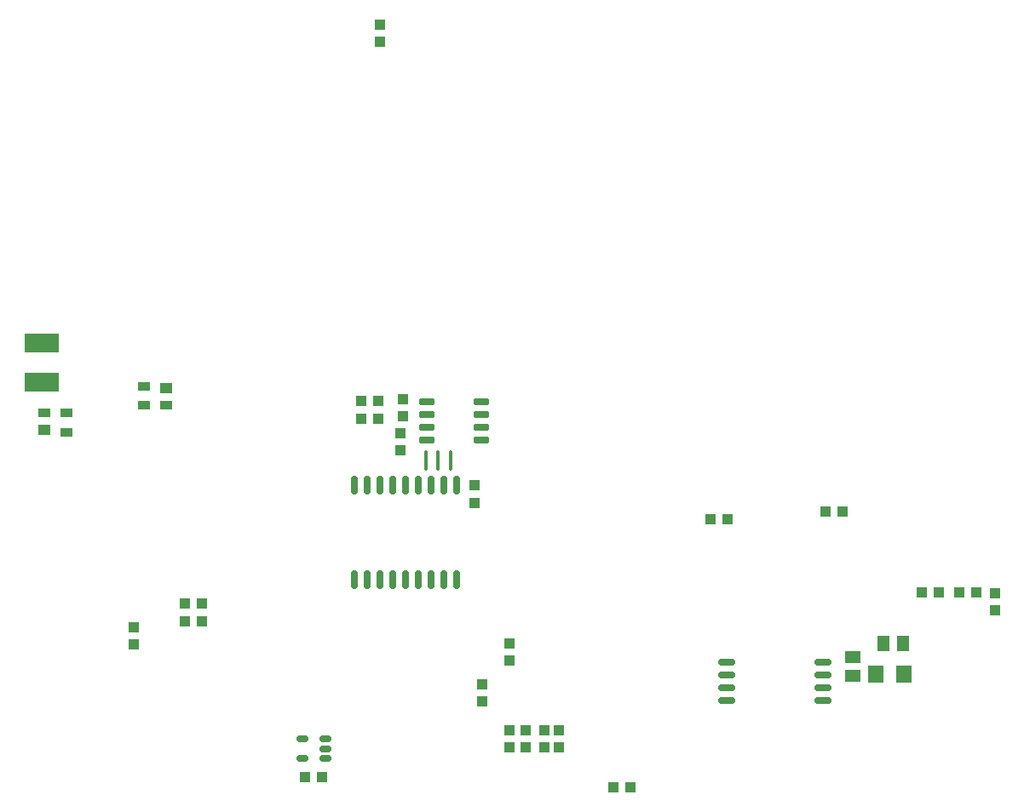
<source format=gbp>
G04*
G04 #@! TF.GenerationSoftware,Altium Limited,Altium Designer,20.0.13 (296)*
G04*
G04 Layer_Color=128*
%FSLAX25Y25*%
%MOIN*%
G70*
G01*
G75*
%ADD30R,0.04300X0.03900*%
%ADD31R,0.03900X0.04300*%
%ADD32R,0.05118X0.05906*%
%ADD33R,0.05906X0.05118*%
%ADD35R,0.04331X0.03937*%
%ADD36R,0.03937X0.04331*%
G04:AMPARAMS|DCode=160|XSize=65.4mil|YSize=23.5mil|CornerRadius=5.88mil|HoleSize=0mil|Usage=FLASHONLY|Rotation=0.000|XOffset=0mil|YOffset=0mil|HoleType=Round|Shape=RoundedRectangle|*
%AMROUNDEDRECTD160*
21,1,0.06540,0.01175,0,0,0.0*
21,1,0.05365,0.02350,0,0,0.0*
1,1,0.01175,0.02683,-0.00588*
1,1,0.01175,-0.02683,-0.00588*
1,1,0.01175,-0.02683,0.00588*
1,1,0.01175,0.02683,0.00588*
%
%ADD160ROUNDEDRECTD160*%
G04:AMPARAMS|DCode=161|XSize=23.62mil|YSize=74.8mil|CornerRadius=5.91mil|HoleSize=0mil|Usage=FLASHONLY|Rotation=180.000|XOffset=0mil|YOffset=0mil|HoleType=Round|Shape=RoundedRectangle|*
%AMROUNDEDRECTD161*
21,1,0.02362,0.06299,0,0,180.0*
21,1,0.01181,0.07480,0,0,180.0*
1,1,0.01181,-0.00591,0.03150*
1,1,0.01181,0.00591,0.03150*
1,1,0.01181,0.00591,-0.03150*
1,1,0.01181,-0.00591,-0.03150*
%
%ADD161ROUNDEDRECTD161*%
G04:AMPARAMS|DCode=162|XSize=15.75mil|YSize=78.74mil|CornerRadius=3.94mil|HoleSize=0mil|Usage=FLASHONLY|Rotation=180.000|XOffset=0mil|YOffset=0mil|HoleType=Round|Shape=RoundedRectangle|*
%AMROUNDEDRECTD162*
21,1,0.01575,0.07087,0,0,180.0*
21,1,0.00787,0.07874,0,0,180.0*
1,1,0.00787,-0.00394,0.03543*
1,1,0.00787,0.00394,0.03543*
1,1,0.00787,0.00394,-0.03543*
1,1,0.00787,-0.00394,-0.03543*
%
%ADD162ROUNDEDRECTD162*%
G04:AMPARAMS|DCode=163|XSize=23.62mil|YSize=47.24mil|CornerRadius=5.91mil|HoleSize=0mil|Usage=FLASHONLY|Rotation=90.000|XOffset=0mil|YOffset=0mil|HoleType=Round|Shape=RoundedRectangle|*
%AMROUNDEDRECTD163*
21,1,0.02362,0.03543,0,0,90.0*
21,1,0.01181,0.04724,0,0,90.0*
1,1,0.01181,0.01772,0.00591*
1,1,0.01181,0.01772,-0.00591*
1,1,0.01181,-0.01772,-0.00591*
1,1,0.01181,-0.01772,0.00591*
%
%ADD163ROUNDEDRECTD163*%
%ADD164R,0.06299X0.07087*%
%ADD165R,0.13386X0.07480*%
%ADD166R,0.05118X0.04331*%
%ADD167R,0.05118X0.03543*%
G04:AMPARAMS|DCode=168|XSize=23.62mil|YSize=57.09mil|CornerRadius=2.01mil|HoleSize=0mil|Usage=FLASHONLY|Rotation=90.000|XOffset=0mil|YOffset=0mil|HoleType=Round|Shape=RoundedRectangle|*
%AMROUNDEDRECTD168*
21,1,0.02362,0.05307,0,0,90.0*
21,1,0.01961,0.05709,0,0,90.0*
1,1,0.00402,0.02653,0.00980*
1,1,0.00402,0.02653,-0.00980*
1,1,0.00402,-0.02653,-0.00980*
1,1,0.00402,-0.02653,0.00980*
%
%ADD168ROUNDEDRECTD168*%
D30*
X376003Y85300D02*
D03*
X382696D02*
D03*
X126906Y13240D02*
D03*
X120213D02*
D03*
X142091Y153500D02*
D03*
X148784D02*
D03*
X142091Y160500D02*
D03*
X148784D02*
D03*
X361554Y85300D02*
D03*
X368247D02*
D03*
D31*
X206500Y31409D02*
D03*
Y24716D02*
D03*
X200000Y31346D02*
D03*
Y24654D02*
D03*
X189268Y42741D02*
D03*
Y49434D02*
D03*
X213874Y24654D02*
D03*
Y31346D02*
D03*
X219563Y24654D02*
D03*
Y31346D02*
D03*
X390000Y85200D02*
D03*
Y78507D02*
D03*
X149500Y301153D02*
D03*
Y307846D02*
D03*
D32*
X353940Y65342D02*
D03*
X346460D02*
D03*
D33*
X334500Y52760D02*
D03*
Y60240D02*
D03*
D35*
X79847Y74000D02*
D03*
X73154D02*
D03*
X79847Y81000D02*
D03*
X73154D02*
D03*
X240608Y9000D02*
D03*
X247301D02*
D03*
X278654Y114000D02*
D03*
X285347D02*
D03*
X330346Y117000D02*
D03*
X323654D02*
D03*
D36*
X53100Y65053D02*
D03*
Y71746D02*
D03*
X186311Y120614D02*
D03*
Y127307D02*
D03*
X200000Y65346D02*
D03*
Y58653D02*
D03*
X157437Y147665D02*
D03*
Y140972D02*
D03*
X158437Y161053D02*
D03*
Y154360D02*
D03*
D160*
X322819Y43000D02*
D03*
Y48000D02*
D03*
Y53000D02*
D03*
Y58000D02*
D03*
X285181D02*
D03*
Y53000D02*
D03*
Y48000D02*
D03*
Y43000D02*
D03*
D161*
X139500Y127504D02*
D03*
X144500D02*
D03*
X149500D02*
D03*
X154500D02*
D03*
X159500D02*
D03*
X164500D02*
D03*
X169500D02*
D03*
X174500D02*
D03*
X179500D02*
D03*
X139500Y90496D02*
D03*
X144500D02*
D03*
X149500D02*
D03*
X154500D02*
D03*
X159500D02*
D03*
X164500D02*
D03*
X169500D02*
D03*
X174500D02*
D03*
X179500D02*
D03*
D162*
X176943Y137000D02*
D03*
X172219D02*
D03*
X167494D02*
D03*
D163*
X128087Y27980D02*
D03*
Y24240D02*
D03*
Y20500D02*
D03*
X119032D02*
D03*
Y27980D02*
D03*
D164*
X354512Y53513D02*
D03*
X343488D02*
D03*
D165*
X17000Y183177D02*
D03*
Y167823D02*
D03*
D166*
X65831Y165453D02*
D03*
X18169Y149047D02*
D03*
D167*
X65831Y158760D02*
D03*
X57169Y166240D02*
D03*
Y158760D02*
D03*
X26831Y148260D02*
D03*
Y155740D02*
D03*
X18169D02*
D03*
D168*
X189165Y160000D02*
D03*
Y155000D02*
D03*
Y150000D02*
D03*
Y145000D02*
D03*
X167709Y160000D02*
D03*
Y150000D02*
D03*
Y155000D02*
D03*
Y145000D02*
D03*
M02*

</source>
